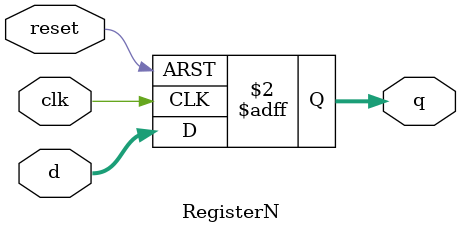
<source format=v>

module RegisterN
   #(parameter N=8)
   (
    input wire clk, reset,
    input wire [N-1:0] d,
    output reg [N-1:0] q
   );

   // body
   // register
   always @(posedge clk, posedge reset)
      if (reset)
         q <= {N{1'b0}}; 
      else
         q <= d;

endmodule
</source>
